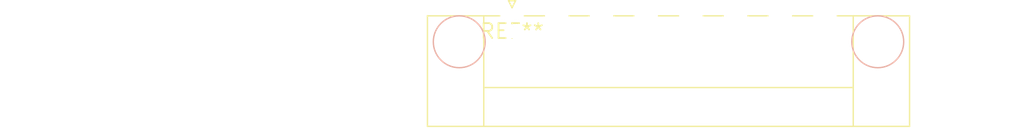
<source format=kicad_pcb>
(kicad_pcb (version 20240108) (generator pcbnew)
  (layers (0 "F.Cu" signal) (31 "B.Cu" signal) (34 "B.Paste" user) (35 "F.Paste" user) (36 "B.SilkS" user "B.Silkscreen") (37 "F.SilkS" user "F.Silkscreen") (38 "B.Mask" user) (39 "F.Mask" user) (44 "Edge.Cuts" user))
  (net 0 "")
  (footprint "PhoenixContact_MC_1,5_8-GF-3.81_1x08_P3.81mm_Horizontal_ThreadedFlange_MountHole" (layer "F.Cu") (at 0 0)
    (property "Reference" "REF**")
    (property "Value" "PhoenixContact_MC_1,5_8-GF-3.81_1x08_P3.81mm_Horizontal_ThreadedFlange_MountHole")
    (fp_circle (center -4.5 0.9) (end -2.29 0.9) (layer "B.SilkS") (stroke (width 0.12)) (fill none))
    (fp_circle (center 31.17 0.9) (end 33.38 0.9) (layer "B.SilkS") (stroke (width 0.12)) (fill none))
    (fp_line (start -7.21 -1.31) (end -7.21 8.11) (layer "F.SilkS") (stroke (width 0.12)))
    (fp_line (start -7.21 -1.31) (end -1.05 -1.31) (layer "F.SilkS") (stroke (width 0.12)))
    (fp_line (start -7.21 8.11) (end 33.88 8.11) (layer "F.SilkS") (stroke (width 0.12)))
    (fp_line (start -2.41 -1.31) (end -2.41 8.11) (layer "F.SilkS") (stroke (width 0.12)))
    (fp_line (start -2.41 4.8) (end 29.08 4.8) (layer "F.SilkS") (stroke (width 0.12)))
    (fp_line (start -0.3 -2.6) (end 0.3 -2.6) (layer "F.SilkS") (stroke (width 0.12)))
    (fp_line (start 0 -2) (end -0.3 -2.6) (layer "F.SilkS") (stroke (width 0.12)))
    (fp_line (start 0.3 -2.6) (end 0 -2) (layer "F.SilkS") (stroke (width 0.12)))
    (fp_line (start 1.05 -1.31) (end 2.76 -1.31) (layer "F.SilkS") (stroke (width 0.12)))
    (fp_line (start 4.86 -1.31) (end 6.57 -1.31) (layer "F.SilkS") (stroke (width 0.12)))
    (fp_line (start 8.67 -1.31) (end 10.38 -1.31) (layer "F.SilkS") (stroke (width 0.12)))
    (fp_line (start 12.48 -1.31) (end 14.19 -1.31) (layer "F.SilkS") (stroke (width 0.12)))
    (fp_line (start 16.29 -1.31) (end 18 -1.31) (layer "F.SilkS") (stroke (width 0.12)))
    (fp_line (start 20.1 -1.31) (end 21.81 -1.31) (layer "F.SilkS") (stroke (width 0.12)))
    (fp_line (start 23.91 -1.31) (end 25.62 -1.31) (layer "F.SilkS") (stroke (width 0.12)))
    (fp_line (start 29.08 -1.31) (end 29.08 8.11) (layer "F.SilkS") (stroke (width 0.12)))
    (fp_line (start 33.88 -1.31) (end 27.72 -1.31) (layer "F.SilkS") (stroke (width 0.12)))
    (fp_line (start 33.88 8.11) (end 33.88 -1.31) (layer "F.SilkS") (stroke (width 0.12)))
    (pad "" np_thru_hole circle (at -4.5 0.9) (size 2.4 2.4) (drill 2.4) (layers *.Cu *.Mask))
    (pad "" np_thru_hole circle (at 31.17 0.9) (size 2.4 2.4) (drill 2.4) (layers *.Cu *.Mask))
    (pad "1" thru_hole roundrect (at 0 0) (size 1.8 3.6) (drill 1.2) (layers *.Cu *.Mask) (remove_unused_layers) (roundrect_rratio 0.138889))
    (pad "2" thru_hole oval (at 3.81 0) (size 1.8 3.6) (drill 1.2) (layers *.Cu *.Mask) (remove_unused_layers))
    (pad "3" thru_hole oval (at 7.62 0) (size 1.8 3.6) (drill 1.2) (layers *.Cu *.Mask) (remove_unused_layers))
    (pad "4" thru_hole oval (at 11.43 0) (size 1.8 3.6) (drill 1.2) (layers *.Cu *.Mask) (remove_unused_layers))
    (pad "5" thru_hole oval (at 15.24 0) (size 1.8 3.6) (drill 1.2) (layers *.Cu *.Mask) (remove_unused_layers))
    (pad "6" thru_hole oval (at 19.05 0) (size 1.8 3.6) (drill 1.2) (layers *.Cu *.Mask) (remove_unused_layers))
    (pad "7" thru_hole oval (at 22.86 0) (size 1.8 3.6) (drill 1.2) (layers *.Cu *.Mask) (remove_unused_layers))
    (pad "8" thru_hole oval (at 26.67 0) (size 1.8 3.6) (drill 1.2) (layers *.Cu *.Mask) (remove_unused_layers))
  )
)
</source>
